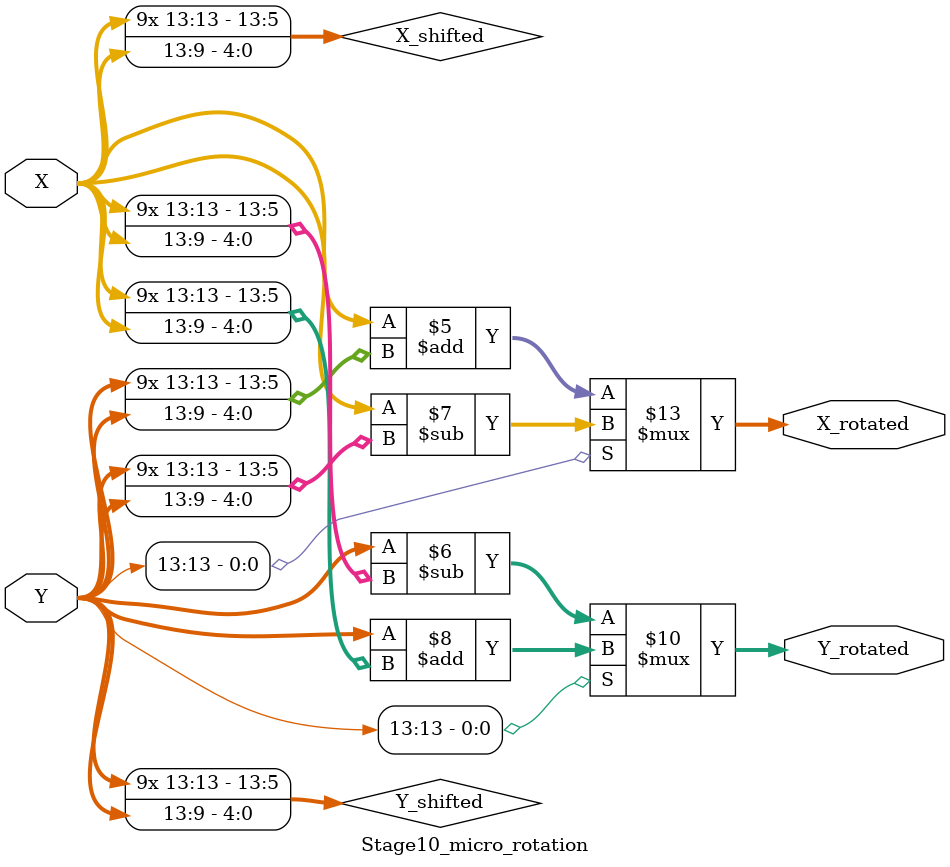
<source format=v>
`timescale 1ns / 1ps

module Stage10_micro_rotation(X, Y, X_rotated, Y_rotated);     
input [13:0] X, Y;
//input Y_signed;
output [13:0] X_rotated, Y_rotated;

// input
wire signed [13:0] X, Y;        // S1.12  (14bits)
//wire signed Y_signed;           // Y[13] = ¦P¤@­Ó stage Y ªº signed bit¡A¨M©w X¡BY ­n¥[©Î´î

// output
reg signed [13:0] X_rotated, Y_rotated;       // S1.12  (14bits)

reg signed [13:0] X_shifted, Y_shifted;

always@ (X or Y)
begin
    X_shifted = X >>> 9;          // ²Ä 10 ­Ó stage ¦V¥k¦ì²¾ 9 bits
    Y_shifted = Y >>> 9;
    
    if(Y[13] == 1'b0)
    begin
        X_rotated = X + Y_shifted;
        Y_rotated = Y - X_shifted;
    end
    
    else
    begin
        X_rotated = X - Y_shifted;
        Y_rotated = Y + X_shifted;
    end
end

endmodule

</source>
